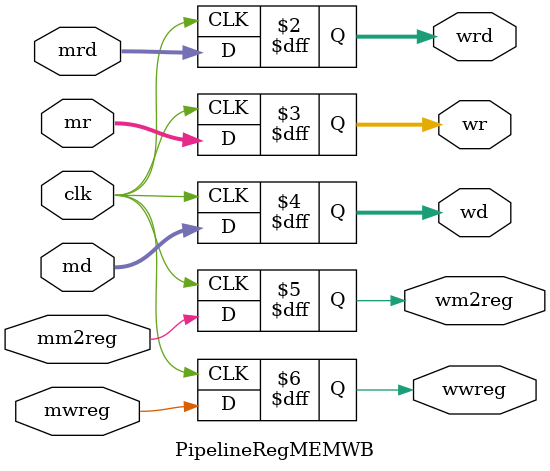
<source format=v>
/**
    This modules implements the MEM/WB pipeline register in our pipelined
        RV64 CPU. This is effectively just an array of D flip flops.
    @author Andrew Jones (https://github.com/AndrewJones-PSU)

    @param {5} mrd: 5-bit input for destination register address
    @param {64} mr: 64-bit input for execution result
    @param {64} md: 64-bit input for data memory output
    @param {1} mm2reg: 1-bit input for WB Mux select flag
    @param {1} mwreg: 1-bit input for register-write flag
    @param {1} clk: 1-bit input for clock signal

    @param {5} wrd: 5-bit output for destination register address
    @param {64} wr: 64-bit output for execution result
    @param {64} wd: 64-bit output for data memory output
    @param {1} wm2reg: 1-bit output for WB Mux select flag
    @param {1} wwreg: 1-bit output for register-write flag
*/

module PipelineRegMEMWB (
    input [4:0] mrd,
    input [63:0] mr,
    input [63:0] md,
    input mm2reg,
    input mwreg,
    input clk,

    output reg [4:0] wrd,
    output reg [63:0] wr,
    output reg [63:0] wd,
    output reg wm2reg,
    output reg wwreg
);

    always @(posedge clk) begin
        wrd <= mrd;
        wr <= mr;
        wd <= md;
        wm2reg <= mm2reg;
        wwreg <= mwreg;
    end

endmodule
</source>
